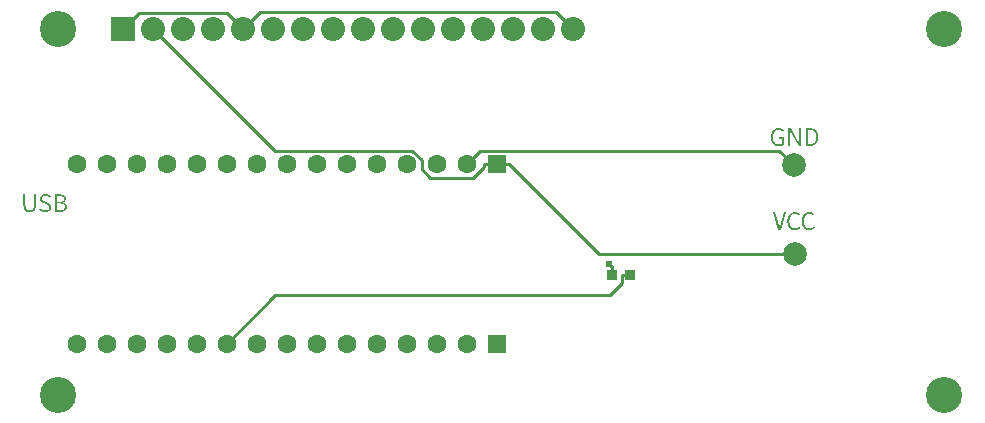
<source format=gtl>
G04 Layer: TopLayer*
G04 EasyEDA v6.5.39, 2024-01-17 10:02:44*
G04 1fef0b057c1544a4ae72d55d562c7267,bea696f6f0d84e5180a10d4e04dd4222,10*
G04 Gerber Generator version 0.2*
G04 Scale: 100 percent, Rotated: No, Reflected: No *
G04 Dimensions in millimeters *
G04 leading zeros omitted , absolute positions ,4 integer and 5 decimal *
%FSLAX45Y45*%
%MOMM*%

%AMMACRO1*21,1,$1,$2,0,0,$3*%
%ADD10C,0.2540*%
%ADD11MACRO1,0.864X0.8065X90.0000*%
%ADD12C,2.0320*%
%ADD13R,2.0320X2.0320*%
%ADD14C,3.0480*%
%ADD15MACRO1,1.6X1.6X0.0000*%
%ADD16C,1.6000*%
%ADD17C,2.0000*%
%ADD18C,0.6100*%
%ADD19C,0.0132*%

%LPD*%
G36*
X7365746Y12013184D02*
G01*
X7360208Y12012980D01*
X7354773Y12012320D01*
X7349540Y12011253D01*
X7344511Y12009780D01*
X7339685Y12007850D01*
X7335062Y12005564D01*
X7330694Y12002922D01*
X7326528Y11999823D01*
X7322616Y11996420D01*
X7319009Y11992610D01*
X7315657Y11988444D01*
X7312609Y11983923D01*
X7309866Y11979097D01*
X7307478Y11973915D01*
X7305395Y11968378D01*
X7303668Y11962587D01*
X7302296Y11956440D01*
X7301280Y11949988D01*
X7300671Y11943232D01*
X7300468Y11936222D01*
X7300671Y11929110D01*
X7301280Y11922353D01*
X7302246Y11915851D01*
X7303566Y11909704D01*
X7305294Y11903862D01*
X7307325Y11898325D01*
X7309713Y11893143D01*
X7312406Y11888266D01*
X7315403Y11883796D01*
X7318654Y11879630D01*
X7322210Y11875871D01*
X7326020Y11872468D01*
X7330084Y11869420D01*
X7334402Y11866778D01*
X7338923Y11864492D01*
X7343698Y11862612D01*
X7348626Y11861190D01*
X7353757Y11860123D01*
X7359040Y11859463D01*
X7364475Y11859260D01*
X7371486Y11859615D01*
X7378090Y11860682D01*
X7384237Y11862409D01*
X7390028Y11864797D01*
X7395464Y11867794D01*
X7400493Y11871452D01*
X7405268Y11875719D01*
X7409688Y11880596D01*
X7400544Y11891010D01*
X7396784Y11887149D01*
X7392873Y11883745D01*
X7388859Y11880850D01*
X7384592Y11878411D01*
X7380173Y11876481D01*
X7375448Y11875109D01*
X7370521Y11874296D01*
X7365238Y11873992D01*
X7359903Y11874296D01*
X7354824Y11875109D01*
X7349998Y11876481D01*
X7345476Y11878360D01*
X7341260Y11880748D01*
X7337348Y11883644D01*
X7333792Y11886996D01*
X7330541Y11890857D01*
X7327646Y11895124D01*
X7325055Y11899849D01*
X7322870Y11904980D01*
X7321042Y11910517D01*
X7319619Y11916460D01*
X7318603Y11922760D01*
X7317943Y11929465D01*
X7317740Y11936476D01*
X7317943Y11943486D01*
X7318603Y11950141D01*
X7319670Y11956440D01*
X7321194Y11962333D01*
X7323074Y11967870D01*
X7325309Y11972950D01*
X7327950Y11977624D01*
X7330897Y11981840D01*
X7334250Y11985650D01*
X7337907Y11988952D01*
X7341870Y11991797D01*
X7346137Y11994184D01*
X7350709Y11996013D01*
X7355535Y11997385D01*
X7360666Y11998198D01*
X7366000Y11998452D01*
X7375194Y11997385D01*
X7383373Y11994489D01*
X7390536Y11989968D01*
X7396734Y11984228D01*
X7406131Y11995150D01*
X7402677Y11998604D01*
X7398715Y12001957D01*
X7394295Y12005005D01*
X7389469Y12007697D01*
X7384186Y12009932D01*
X7378446Y12011710D01*
X7372299Y12012777D01*
G37*
G36*
X7488428Y12013184D02*
G01*
X7482890Y12012980D01*
X7477455Y12012320D01*
X7472222Y12011253D01*
X7467193Y12009780D01*
X7462367Y12007850D01*
X7457744Y12005564D01*
X7453375Y12002922D01*
X7449210Y11999823D01*
X7445298Y11996420D01*
X7441692Y11992610D01*
X7438339Y11988444D01*
X7435291Y11983923D01*
X7432548Y11979097D01*
X7430160Y11973915D01*
X7428077Y11968378D01*
X7426350Y11962587D01*
X7424978Y11956440D01*
X7423962Y11949988D01*
X7423353Y11943232D01*
X7423150Y11936222D01*
X7423353Y11929110D01*
X7423962Y11922353D01*
X7424928Y11915851D01*
X7426248Y11909704D01*
X7427975Y11903862D01*
X7430008Y11898325D01*
X7432395Y11893143D01*
X7435088Y11888266D01*
X7438085Y11883796D01*
X7441336Y11879630D01*
X7444892Y11875871D01*
X7448702Y11872468D01*
X7452766Y11869420D01*
X7457084Y11866778D01*
X7461605Y11864492D01*
X7466380Y11862612D01*
X7471308Y11861190D01*
X7476439Y11860123D01*
X7481722Y11859463D01*
X7487158Y11859260D01*
X7494168Y11859615D01*
X7500772Y11860682D01*
X7506970Y11862409D01*
X7512761Y11864797D01*
X7518196Y11867794D01*
X7523327Y11871452D01*
X7528102Y11875719D01*
X7532624Y11880596D01*
X7523225Y11891010D01*
X7519466Y11887149D01*
X7515555Y11883745D01*
X7511542Y11880850D01*
X7507274Y11878411D01*
X7502855Y11876481D01*
X7498130Y11875109D01*
X7493203Y11874296D01*
X7487920Y11873992D01*
X7482586Y11874296D01*
X7477506Y11875109D01*
X7472680Y11876481D01*
X7468158Y11878360D01*
X7463942Y11880748D01*
X7460030Y11883644D01*
X7456474Y11886996D01*
X7453223Y11890857D01*
X7450328Y11895124D01*
X7447737Y11899849D01*
X7445552Y11904980D01*
X7443724Y11910517D01*
X7442301Y11916460D01*
X7441285Y11922760D01*
X7440625Y11929465D01*
X7440422Y11936476D01*
X7440625Y11943486D01*
X7441285Y11950141D01*
X7442352Y11956440D01*
X7443876Y11962333D01*
X7445756Y11967870D01*
X7447991Y11972950D01*
X7450632Y11977624D01*
X7453579Y11981840D01*
X7456931Y11985650D01*
X7460589Y11988952D01*
X7464552Y11991797D01*
X7468819Y11994184D01*
X7473391Y11996013D01*
X7478217Y11997385D01*
X7483348Y11998198D01*
X7488681Y11998452D01*
X7497876Y11997385D01*
X7506055Y11994489D01*
X7513218Y11989968D01*
X7519416Y11984228D01*
X7528814Y11995150D01*
X7525410Y11998604D01*
X7521498Y12001957D01*
X7517130Y12005005D01*
X7512253Y12007697D01*
X7506919Y12009932D01*
X7501178Y12011710D01*
X7494981Y12012777D01*
G37*
G36*
X7176008Y12010644D02*
G01*
X7223759Y11861800D01*
X7243064Y11861800D01*
X7290562Y12010644D01*
X7273544Y12010644D01*
X7236002Y11885726D01*
X7233920Y11879326D01*
X7233158Y11879326D01*
X7225741Y11903811D01*
X7218680Y11928348D01*
X7193534Y12010644D01*
G37*
G36*
X7229602Y12724384D02*
G01*
X7223759Y12724180D01*
X7218121Y12723520D01*
X7212685Y12722453D01*
X7207453Y12720980D01*
X7202424Y12719050D01*
X7197648Y12716764D01*
X7193076Y12714122D01*
X7188809Y12711023D01*
X7184796Y12707620D01*
X7181037Y12703810D01*
X7177633Y12699644D01*
X7174484Y12695123D01*
X7171690Y12690297D01*
X7169200Y12685115D01*
X7167067Y12679578D01*
X7165289Y12673787D01*
X7163866Y12667640D01*
X7162850Y12661188D01*
X7162241Y12654432D01*
X7162038Y12647422D01*
X7162241Y12640310D01*
X7162850Y12633553D01*
X7163816Y12627051D01*
X7165187Y12620904D01*
X7166914Y12615062D01*
X7168997Y12609525D01*
X7171436Y12604343D01*
X7174179Y12599466D01*
X7177227Y12594996D01*
X7180630Y12590830D01*
X7184288Y12587071D01*
X7188200Y12583668D01*
X7192416Y12580620D01*
X7196886Y12577978D01*
X7201560Y12575692D01*
X7206538Y12573812D01*
X7211669Y12572390D01*
X7217054Y12571323D01*
X7222591Y12570663D01*
X7228331Y12570460D01*
X7235596Y12570764D01*
X7242454Y12571730D01*
X7248956Y12573254D01*
X7254951Y12575235D01*
X7260488Y12577724D01*
X7265517Y12580620D01*
X7269937Y12583922D01*
X7273798Y12587478D01*
X7273798Y12649200D01*
X7225792Y12649200D01*
X7225792Y12635230D01*
X7258303Y12635230D01*
X7258303Y12594590D01*
X7252868Y12590678D01*
X7245959Y12587681D01*
X7238136Y12585852D01*
X7229856Y12585192D01*
X7223963Y12585496D01*
X7218425Y12586309D01*
X7213193Y12587681D01*
X7208367Y12589560D01*
X7203846Y12591948D01*
X7199680Y12594844D01*
X7195921Y12598196D01*
X7192467Y12602057D01*
X7189470Y12606324D01*
X7186777Y12611049D01*
X7184542Y12616180D01*
X7182662Y12621717D01*
X7181189Y12627660D01*
X7180173Y12633960D01*
X7179513Y12640665D01*
X7179309Y12647676D01*
X7179564Y12654686D01*
X7180224Y12661341D01*
X7181342Y12667640D01*
X7182866Y12673533D01*
X7184847Y12679070D01*
X7187184Y12684150D01*
X7189927Y12688824D01*
X7193076Y12693040D01*
X7196531Y12696850D01*
X7200341Y12700152D01*
X7204506Y12702997D01*
X7208977Y12705384D01*
X7213803Y12707213D01*
X7218883Y12708585D01*
X7224217Y12709398D01*
X7229856Y12709652D01*
X7240473Y12708534D01*
X7249312Y12705486D01*
X7256576Y12700965D01*
X7262622Y12695428D01*
X7272020Y12706350D01*
X7268565Y12709601D01*
X7264653Y12712801D01*
X7260234Y12715849D01*
X7255306Y12718592D01*
X7249769Y12720929D01*
X7243673Y12722758D01*
X7236968Y12723977D01*
G37*
G36*
X7309866Y12721844D02*
G01*
X7309866Y12573000D01*
X7325614Y12573000D01*
X7325563Y12660325D01*
X7324902Y12677444D01*
X7323581Y12699746D01*
X7324598Y12699746D01*
X7340853Y12669266D01*
X7396734Y12573000D01*
X7414259Y12573000D01*
X7414259Y12721844D01*
X7398258Y12721844D01*
X7398308Y12635585D01*
X7399375Y12612116D01*
X7400544Y12594844D01*
X7399528Y12594844D01*
X7383272Y12625324D01*
X7327138Y12721844D01*
G37*
G36*
X7455662Y12721844D02*
G01*
X7455662Y12707874D01*
X7490968Y12707874D01*
X7497521Y12707620D01*
X7503617Y12706858D01*
X7509306Y12705588D01*
X7514539Y12703860D01*
X7519365Y12701625D01*
X7523784Y12698933D01*
X7527747Y12695783D01*
X7531303Y12692176D01*
X7534402Y12688112D01*
X7537094Y12683642D01*
X7539380Y12678714D01*
X7541259Y12673380D01*
X7542682Y12667589D01*
X7543749Y12661442D01*
X7544358Y12654889D01*
X7544562Y12647930D01*
X7544358Y12641021D01*
X7543749Y12634417D01*
X7542682Y12628219D01*
X7541259Y12622377D01*
X7539380Y12616942D01*
X7537094Y12611912D01*
X7534402Y12607290D01*
X7531303Y12603124D01*
X7527747Y12599365D01*
X7523784Y12596114D01*
X7519365Y12593269D01*
X7514539Y12590983D01*
X7509306Y12589103D01*
X7503617Y12587782D01*
X7497521Y12586970D01*
X7490968Y12586716D01*
X7472680Y12586716D01*
X7472680Y12707874D01*
X7455662Y12707874D01*
X7455662Y12573000D01*
X7493000Y12573000D01*
X7499603Y12573203D01*
X7505852Y12573812D01*
X7511796Y12574879D01*
X7517434Y12576302D01*
X7522718Y12578130D01*
X7527696Y12580366D01*
X7532319Y12582956D01*
X7536637Y12585903D01*
X7540650Y12589256D01*
X7544257Y12592964D01*
X7547559Y12596977D01*
X7550556Y12601346D01*
X7553198Y12606070D01*
X7555484Y12611150D01*
X7557414Y12616484D01*
X7558989Y12622174D01*
X7560208Y12628168D01*
X7561122Y12634468D01*
X7561630Y12641072D01*
X7561834Y12647930D01*
X7561630Y12654788D01*
X7561122Y12661341D01*
X7560208Y12667640D01*
X7558989Y12673584D01*
X7557363Y12679172D01*
X7555433Y12684506D01*
X7553147Y12689484D01*
X7550505Y12694158D01*
X7547508Y12698425D01*
X7544206Y12702438D01*
X7540498Y12706045D01*
X7536484Y12709296D01*
X7532116Y12712192D01*
X7527442Y12714732D01*
X7522413Y12716865D01*
X7517028Y12718643D01*
X7511338Y12720015D01*
X7505293Y12721031D01*
X7498943Y12721640D01*
X7492238Y12721844D01*
G37*
G36*
X1019048Y12165584D02*
G01*
X1012596Y12165228D01*
X1006449Y12164263D01*
X1000709Y12162688D01*
X995375Y12160554D01*
X990498Y12157811D01*
X986180Y12154611D01*
X982319Y12150953D01*
X979119Y12146838D01*
X976528Y12142317D01*
X974648Y12137440D01*
X973480Y12132259D01*
X973074Y12126722D01*
X973785Y12119152D01*
X975868Y12112548D01*
X979017Y12106859D01*
X983030Y12101982D01*
X987704Y12097816D01*
X992784Y12094311D01*
X998067Y12091365D01*
X1003300Y12088876D01*
X1030071Y12077141D01*
X1034846Y12074753D01*
X1039164Y12072213D01*
X1042924Y12069368D01*
X1046022Y12066066D01*
X1048308Y12062206D01*
X1049782Y12057583D01*
X1050290Y12052046D01*
X1049731Y12046559D01*
X1048003Y12041632D01*
X1045260Y12037212D01*
X1041552Y12033504D01*
X1036828Y12030506D01*
X1031240Y12028271D01*
X1024788Y12026849D01*
X1017524Y12026392D01*
X1011682Y12026747D01*
X1005890Y12027712D01*
X1000302Y12029338D01*
X994867Y12031522D01*
X989685Y12034215D01*
X984758Y12037415D01*
X980135Y12041124D01*
X975868Y12045188D01*
X965708Y12033758D01*
X970787Y12028881D01*
X976274Y12024512D01*
X982167Y12020753D01*
X988466Y12017552D01*
X995171Y12015012D01*
X1002233Y12013184D01*
X1009700Y12012066D01*
X1017524Y12011660D01*
X1024890Y12012015D01*
X1031798Y12013133D01*
X1038148Y12014860D01*
X1043990Y12017248D01*
X1049223Y12020245D01*
X1053846Y12023750D01*
X1057859Y12027712D01*
X1061161Y12032132D01*
X1063802Y12036958D01*
X1065733Y12042140D01*
X1066901Y12047575D01*
X1067308Y12053316D01*
X1066698Y12061037D01*
X1064920Y12067794D01*
X1062075Y12073636D01*
X1058316Y12078665D01*
X1053795Y12082983D01*
X1048562Y12086742D01*
X1042771Y12090044D01*
X1036574Y12092940D01*
X1010615Y12104014D01*
X1002080Y12108484D01*
X998270Y12111228D01*
X994968Y12114428D01*
X992378Y12118238D01*
X990701Y12122708D01*
X990092Y12127992D01*
X990650Y12132970D01*
X992174Y12137440D01*
X994714Y12141352D01*
X998067Y12144654D01*
X1002284Y12147296D01*
X1007211Y12149226D01*
X1012850Y12150445D01*
X1019048Y12150852D01*
X1024229Y12150598D01*
X1029106Y12149836D01*
X1033729Y12148616D01*
X1038098Y12146991D01*
X1042212Y12144908D01*
X1046124Y12142470D01*
X1049832Y12139726D01*
X1053338Y12136628D01*
X1062228Y12147296D01*
X1058164Y12151156D01*
X1053693Y12154662D01*
X1048766Y12157760D01*
X1043482Y12160453D01*
X1037844Y12162586D01*
X1031849Y12164212D01*
X1025601Y12165228D01*
G37*
G36*
X832866Y12163044D02*
G01*
X832866Y12074652D01*
X833119Y12066117D01*
X833932Y12058294D01*
X835202Y12051182D01*
X836980Y12044781D01*
X839165Y12038990D01*
X841806Y12033859D01*
X844803Y12029287D01*
X848207Y12025325D01*
X851916Y12021921D01*
X855980Y12019076D01*
X860298Y12016689D01*
X864920Y12014809D01*
X869746Y12013387D01*
X874776Y12012422D01*
X880059Y12011863D01*
X885444Y12011660D01*
X890879Y12011863D01*
X896162Y12012422D01*
X901242Y12013387D01*
X906119Y12014809D01*
X910742Y12016689D01*
X915111Y12019076D01*
X919175Y12021921D01*
X922883Y12025325D01*
X926287Y12029287D01*
X929335Y12033859D01*
X931976Y12038990D01*
X934161Y12044781D01*
X935939Y12051182D01*
X937209Y12058294D01*
X938021Y12066117D01*
X938276Y12074652D01*
X938276Y12163044D01*
X922019Y12163044D01*
X922019Y12074398D01*
X921664Y12065762D01*
X920699Y12058142D01*
X919175Y12051487D01*
X917041Y12045696D01*
X914450Y12040768D01*
X911352Y12036653D01*
X907846Y12033351D01*
X903935Y12030710D01*
X899718Y12028728D01*
X895197Y12027408D01*
X890422Y12026646D01*
X885444Y12026392D01*
X880618Y12026646D01*
X875995Y12027408D01*
X871626Y12028728D01*
X867511Y12030710D01*
X863752Y12033351D01*
X860348Y12036653D01*
X857300Y12040768D01*
X854760Y12045696D01*
X852678Y12051487D01*
X851153Y12058142D01*
X850188Y12065762D01*
X849884Y12074398D01*
X849884Y12163044D01*
G37*
G36*
X1097026Y12163044D02*
G01*
X1097026Y12149582D01*
X1137666Y12149582D01*
X1146149Y12149226D01*
X1153566Y12148210D01*
X1159865Y12146432D01*
X1164996Y12143892D01*
X1169009Y12140438D01*
X1171905Y12136069D01*
X1173683Y12130786D01*
X1174242Y12124436D01*
X1173734Y12118898D01*
X1172159Y12113920D01*
X1169466Y12109602D01*
X1165555Y12105944D01*
X1160373Y12102998D01*
X1153871Y12100814D01*
X1145997Y12099493D01*
X1136650Y12099036D01*
X1114044Y12099036D01*
X1114044Y12149582D01*
X1097026Y12149582D01*
X1097026Y12086082D01*
X1140714Y12086082D01*
X1147267Y12085878D01*
X1153312Y12085370D01*
X1158798Y12084456D01*
X1163777Y12083135D01*
X1168247Y12081459D01*
X1172108Y12079376D01*
X1175410Y12076938D01*
X1178153Y12074042D01*
X1180338Y12070740D01*
X1181862Y12067082D01*
X1182827Y12062917D01*
X1183132Y12058396D01*
X1182827Y12053316D01*
X1181811Y12048693D01*
X1180236Y12044578D01*
X1178001Y12040920D01*
X1175207Y12037771D01*
X1171803Y12035028D01*
X1167892Y12032742D01*
X1163472Y12030913D01*
X1158494Y12029440D01*
X1153007Y12028474D01*
X1147114Y12027865D01*
X1140714Y12027662D01*
X1114044Y12027662D01*
X1114044Y12086082D01*
X1097026Y12086082D01*
X1097026Y12014200D01*
X1143508Y12014200D01*
X1149604Y12014352D01*
X1155496Y12014860D01*
X1161034Y12015724D01*
X1166317Y12016892D01*
X1171295Y12018416D01*
X1175867Y12020296D01*
X1180134Y12022531D01*
X1184046Y12025071D01*
X1187551Y12027966D01*
X1190650Y12031167D01*
X1193342Y12034723D01*
X1195527Y12038634D01*
X1197305Y12042851D01*
X1198575Y12047474D01*
X1199388Y12052350D01*
X1199642Y12057634D01*
X1199083Y12064847D01*
X1197406Y12071299D01*
X1194714Y12076938D01*
X1191107Y12081814D01*
X1186688Y12085929D01*
X1181404Y12089231D01*
X1175461Y12091720D01*
X1168908Y12093448D01*
X1168908Y12094210D01*
X1173937Y12096394D01*
X1178356Y12099239D01*
X1182166Y12102642D01*
X1185265Y12106605D01*
X1187754Y12111075D01*
X1189532Y12115901D01*
X1190650Y12121032D01*
X1191006Y12126468D01*
X1190599Y12132614D01*
X1189329Y12138152D01*
X1187297Y12143130D01*
X1184554Y12147448D01*
X1181100Y12151258D01*
X1176934Y12154458D01*
X1172159Y12157151D01*
X1166825Y12159335D01*
X1160881Y12160961D01*
X1154480Y12162129D01*
X1147572Y12162840D01*
X1140206Y12163044D01*
G37*
D10*
X2552702Y10896597D02*
G01*
X2965147Y11309042D01*
X5796384Y11309042D01*
X5899889Y11412547D01*
X5899889Y11480797D01*
X5968138Y11480797D02*
G01*
X5899889Y11480797D01*
X5817466Y11551917D02*
G01*
X5808322Y11551917D01*
X5789576Y11570662D01*
X5817466Y11480797D02*
G01*
X5817466Y11551917D01*
X4584702Y12420597D02*
G01*
X4696310Y12532205D01*
X7228994Y12532205D01*
X7353302Y12407897D01*
X1676808Y13564207D02*
G01*
X1811251Y13698649D01*
X2558366Y13698649D01*
X2692808Y13564207D01*
X2692808Y13564207D02*
G01*
X2837258Y13708656D01*
X5342359Y13708656D01*
X5486808Y13564207D01*
X4946627Y12420597D02*
G01*
X5708627Y11658597D01*
X7366002Y11658597D01*
X4838702Y12420597D02*
G01*
X4946627Y12420597D01*
X1930808Y13564207D02*
G01*
X2962709Y12532306D01*
X4125140Y12532306D01*
X4203702Y12453744D01*
X4203702Y12377696D01*
X4277083Y12304316D01*
X4641471Y12304316D01*
X4730777Y12393622D01*
X4730777Y12420597D01*
X4838702Y12420597D02*
G01*
X4730777Y12420597D01*
D11*
G01*
X5968124Y11480800D03*
G01*
X5817475Y11480800D03*
D12*
G01*
X5486806Y13564209D03*
G01*
X5232806Y13564209D03*
G01*
X4978806Y13564209D03*
G01*
X4724806Y13564209D03*
G01*
X4470806Y13564209D03*
G01*
X4216806Y13564209D03*
G01*
X3962806Y13564209D03*
G01*
X3708806Y13564209D03*
G01*
X3454806Y13564209D03*
G01*
X3200806Y13564209D03*
G01*
X2946806Y13564209D03*
G01*
X2692806Y13564209D03*
G01*
X2438806Y13564209D03*
G01*
X2184806Y13564209D03*
G01*
X1930806Y13564209D03*
D13*
G01*
X1676806Y13564209D03*
D14*
G01*
X1126794Y13564209D03*
G01*
X1126794Y10464190D03*
G01*
X8626805Y13564209D03*
G01*
X8626805Y10464190D03*
D15*
G01*
X4838700Y10896600D03*
D16*
G01*
X4584700Y12420600D03*
G01*
X4076700Y12420600D03*
G01*
X3568700Y12420600D03*
G01*
X3060700Y12420600D03*
G01*
X2552700Y12420600D03*
G01*
X2044700Y12420600D03*
G01*
X1536700Y12420600D03*
G01*
X1282700Y10896600D03*
G01*
X1790700Y10896600D03*
G01*
X2298700Y10896600D03*
G01*
X2806700Y10896600D03*
G01*
X3314700Y10896600D03*
G01*
X3822700Y10896600D03*
G01*
X4330700Y10896600D03*
G01*
X4584700Y10896600D03*
G01*
X4076700Y10896600D03*
G01*
X3568700Y10896600D03*
G01*
X3060700Y10896600D03*
G01*
X2552700Y10896600D03*
G01*
X2044700Y10896600D03*
G01*
X1536700Y10896600D03*
G01*
X1282700Y12420600D03*
G01*
X1790700Y12420600D03*
G01*
X2298700Y12420600D03*
G01*
X2806700Y12420600D03*
G01*
X3314700Y12420600D03*
G01*
X3822700Y12420600D03*
G01*
X4330700Y12420600D03*
D15*
G01*
X4838700Y12420600D03*
D17*
G01*
X7366000Y11658600D03*
G01*
X7353300Y12407900D03*
D18*
G01*
X5789576Y11570662D03*
M02*

</source>
